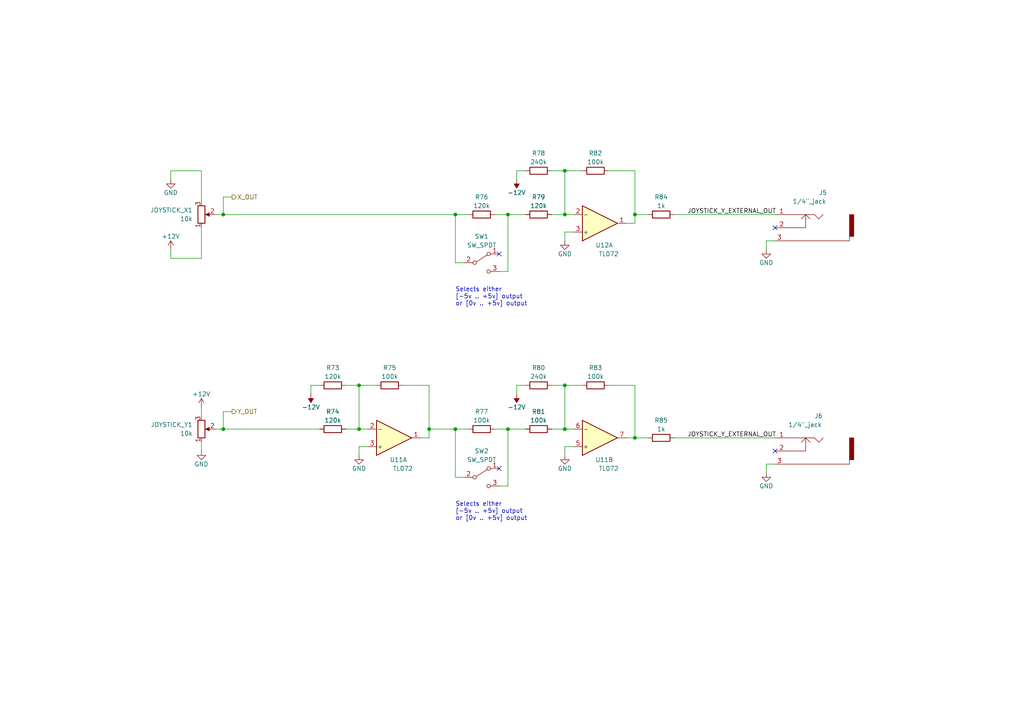
<source format=kicad_sch>
(kicad_sch (version 20211123) (generator eeschema)
  (paper "A4")
  (title_block (title "A.P. Joystick VCF pedal") (date "2022-08-01") (rev "0") (comment 2 "creativecommons.org/licenses/by/4.0") (comment 3 "License: CC by 4.0") (comment 4 "Author: Jordan Aceto"))
  (lib_symbols
    (symbol "Amplifier_Operational:TL072" (pin_names (offset 0.127))
      (property "Reference" "U" (at 0 5.08 0))
      (property "Value" "TL072" (at 0 -5.08 0))
      (symbol "TL072_1_1"
        (polyline (pts (xy -5.08 5.08) (xy 5.08 0) (xy -5.08 -5.08) (xy -5.08 5.08)) (stroke (width 0.254)) (fill (type background)))
        (pin output line (at 7.62 0 180) (length 2.54) (name "~") (number "1"))
        (pin input line (at -7.62 -2.54 0) (length 2.54) (name "-") (number "2"))
        (pin input line (at -7.62 2.54 0) (length 2.54) (name "+") (number "3"))
      )
      (symbol "TL072_2_1"
        (polyline (pts (xy -5.08 5.08) (xy 5.08 0) (xy -5.08 -5.08) (xy -5.08 5.08)) (stroke (width 0.254)) (fill (type background)))
        (pin input line (at -7.62 2.54 0) (length 2.54) (name "+") (number "5"))
        (pin input line (at -7.62 -2.54 0) (length 2.54) (name "-") (number "6"))
        (pin output line (at 7.62 0 180) (length 2.54) (name "~") (number "7"))
      )
      (symbol "TL072_3_1"
        (pin power_in line (at -2.54 -7.62 90) (length 3.81) (name "V-") (number "4"))
        (pin power_in line (at -2.54 7.62 270) (length 3.81) (name "V+") (number "8"))
      )
    )
    (symbol "Device:R" (pin_numbers hide) (pin_names (offset 0))
      (property "Reference" "R" (at 2.032 0 90))
      (property "Value" "R" (at 0 0 90))
      (symbol "R_0_1"
        (rectangle (start -1.016 -2.54) (end 1.016 2.54) (stroke (width 0.254)))
      )
      (symbol "R_1_1"
        (pin passive line (at 0 3.81 270) (length 1.27) (name "~") (number "1"))
        (pin passive line (at 0 -3.81 90) (length 1.27) (name "~") (number "2"))
      )
    )
    (symbol "Device:R_Potentiometer" (pin_names (offset 1.016) hide)
      (property "Reference" "RV" (at -4.445 0 90))
      (property "Value" "R_Potentiometer" (at -2.54 0 90))
      (symbol "R_Potentiometer_0_1"
        (polyline (pts (xy 2.54 0) (xy 1.524 0)))
        (polyline (pts (xy 1.143 0) (xy 2.286 0.508) (xy 2.286 -0.508) (xy 1.143 0)) (fill (type outline)))
        (rectangle (start 1.016 2.54) (end -1.016 -2.54) (stroke (width 0.254)))
      )
      (symbol "R_Potentiometer_1_1"
        (pin passive line (at 0 3.81 270) (length 1.27) (name "1") (number "1"))
        (pin passive line (at 3.81 0 180) (length 1.27) (name "2") (number "2"))
        (pin passive line (at 0 -3.81 90) (length 1.27) (name "3") (number "3"))
      )
    )
    (symbol "Switch:SW_SPDT" (pin_names (offset 0) hide)
      (property "Reference" "SW" (at 0 4.318 0))
      (property "Value" "SW_SPDT" (at 0 -5.08 0))
      (symbol "SW_SPDT_0_0"
        (circle (center -2.032 0) (radius 0.508))
        (circle (center 2.032 -2.54) (radius 0.508))
      )
      (symbol "SW_SPDT_0_1"
        (polyline (pts (xy -1.524 0.254) (xy 1.651 2.286)))
        (circle (center 2.032 2.54) (radius 0.508))
      )
      (symbol "SW_SPDT_1_1"
        (pin passive line (at 5.08 2.54 180) (length 2.54) (name "A") (number "1"))
        (pin passive line (at -5.08 0 0) (length 2.54) (name "B") (number "2"))
        (pin passive line (at 5.08 -2.54 180) (length 2.54) (name "C") (number "3"))
      )
    )
    (symbol "custom_symbols:audio_jack_switch" (pin_names (offset 1.016))
      (property "Reference" "J" (at 0 8.89 0))
      (property "Value" "audio_jack_switch" (at 0 6.35 0))
      (symbol "audio_jack_switch_0_1"
        (rectangle (start -11.43 -2.54) (end -10.16 3.81) (fill (type outline)))
        (polyline (pts (xy 3.81 0) (xy 7.62 0) (xy 7.62 0)))
        (polyline (pts (xy 8.89 -3.81) (xy -10.16 -3.81) (xy -10.16 -2.54)))
        (polyline (pts (xy 0 3.81) (xy -1.27 2.54) (xy -2.54 3.81) (xy -2.54 3.81)))
        (polyline (pts (xy 0 3.81) (xy 7.62 3.81) (xy 7.62 3.81) (xy 7.62 3.81)))
        (polyline (pts (xy 1.27 2.54) (xy 2.54 3.81) (xy 3.81 2.54) (xy 3.81 2.54)))
        (polyline (pts (xy 3.81 0) (xy 2.54 0) (xy 2.54 3.81) (xy 2.54 2.54)))
      )
      (symbol "audio_jack_switch_1_1"
        (pin passive line (at 11.43 3.81 180) (length 3.81) (name "~") (number "1"))
        (pin passive line (at 11.43 0 180) (length 3.81) (name "~") (number "2"))
        (pin passive line (at 11.43 -3.81 180) (length 2.54) (name "~") (number "3"))
      )
    )
    (symbol "power:+12V" (power) (pin_names (offset 0))
      (property "Value" "+12V" (at 0 3.556 0))
      (symbol "+12V_0_1"
        (polyline (pts (xy -0.762 1.27) (xy 0 2.54)))
        (polyline (pts (xy 0 0) (xy 0 2.54)))
        (polyline (pts (xy 0 2.54) (xy 0.762 1.27)))
      )
      (symbol "+12V_1_1"
        (pin power_in line (at 0 0 90) (length 0) hide (name "+12V") (number "1"))
      )
    )
    (symbol "power:-12V" (power) (pin_names (offset 0))
      (property "Value" "-12V" (at 0 3.81 0))
      (symbol "-12V_0_0"
        (pin power_in line (at 0 0 90) (length 0) hide (name "-12V") (number "1"))
      )
      (symbol "-12V_0_1"
        (polyline (pts (xy 0 0) (xy 0 1.27) (xy 0.762 1.27) (xy 0 2.54) (xy -0.762 1.27) (xy 0 1.27)) (fill (type outline)))
      )
    )
    (symbol "power:GND" (power) (pin_names (offset 0))
      (property "Value" "GND" (at 0 -3.81 0))
      (symbol "GND_0_1"
        (polyline (pts (xy 0 0) (xy 0 -1.27) (xy 1.27 -1.27) (xy 0 -2.54) (xy -1.27 -1.27) (xy 0 -1.27)))
      )
      (symbol "GND_1_1"
        (pin power_in line (at 0 0 270) (length 0) hide (name "GND") (number "1"))
      )
    )
  )
  (junction (at 147.32 62.23))
  (junction (at 64.77 62.23))
  (junction (at 104.14 124.46))
  (junction (at 163.83 111.76))
  (junction (at 104.14 111.76))
  (junction (at 163.83 62.23))
  (junction (at 147.32 124.46))
  (junction (at 184.15 127))
  (junction (at 163.83 49.53))
  (junction (at 163.83 124.46))
  (junction (at 184.15 62.23))
  (junction (at 132.08 124.46))
  (junction (at 124.46 124.46))
  (junction (at 132.08 62.23))
  (junction (at 64.77 124.46))
  (no_connect (at 144.78 135.89))
  (no_connect (at 224.79 66.04))
  (no_connect (at 224.79 130.81))
  (no_connect (at 144.78 73.66))
  (wire (pts (xy 222.25 134.62) (xy 224.79 134.62)))
  (wire (pts (xy 149.86 111.76) (xy 152.4 111.76)))
  (wire (pts (xy 149.86 114.3) (xy 149.86 111.76)))
  (wire (pts (xy 163.83 132.08) (xy 163.83 129.54)))
  (wire (pts (xy 195.58 127) (xy 224.79 127)))
  (wire (pts (xy 184.15 111.76) (xy 184.15 127)))
  (wire (pts (xy 144.78 78.74) (xy 147.32 78.74)))
  (wire (pts (xy 181.61 127) (xy 184.15 127)))
  (wire (pts (xy 67.31 119.38) (xy 64.77 119.38)))
  (wire (pts (xy 184.15 62.23) (xy 187.96 62.23)))
  (wire (pts (xy 132.08 62.23) (xy 132.08 76.2)))
  (wire (pts (xy 132.08 62.23) (xy 135.89 62.23)))
  (wire (pts (xy 64.77 119.38) (xy 64.77 124.46)))
  (wire (pts (xy 62.23 124.46) (xy 64.77 124.46)))
  (wire (pts (xy 222.25 72.39) (xy 222.25 69.85)))
  (wire (pts (xy 58.42 130.81) (xy 58.42 128.27)))
  (wire (pts (xy 184.15 49.53) (xy 176.53 49.53)))
  (wire (pts (xy 58.42 118.11) (xy 58.42 120.65)))
  (wire (pts (xy 58.42 49.53) (xy 49.53 49.53)))
  (wire (pts (xy 106.68 124.46) (xy 104.14 124.46)))
  (wire (pts (xy 124.46 127) (xy 124.46 124.46)))
  (wire (pts (xy 166.37 124.46) (xy 163.83 124.46)))
  (wire (pts (xy 166.37 62.23) (xy 163.83 62.23)))
  (wire (pts (xy 163.83 67.31) (xy 166.37 67.31)))
  (wire (pts (xy 222.25 137.16) (xy 222.25 134.62)))
  (wire (pts (xy 147.32 140.97) (xy 147.32 124.46)))
  (wire (pts (xy 121.92 127) (xy 124.46 127)))
  (wire (pts (xy 163.83 62.23) (xy 163.83 49.53)))
  (wire (pts (xy 184.15 127) (xy 187.96 127)))
  (wire (pts (xy 181.61 64.77) (xy 184.15 64.77)))
  (wire (pts (xy 184.15 64.77) (xy 184.15 62.23)))
  (wire (pts (xy 160.02 62.23) (xy 163.83 62.23)))
  (wire (pts (xy 64.77 124.46) (xy 92.71 124.46)))
  (wire (pts (xy 163.83 69.85) (xy 163.83 67.31)))
  (wire (pts (xy 163.83 111.76) (xy 168.91 111.76)))
  (wire (pts (xy 132.08 124.46) (xy 132.08 138.43)))
  (wire (pts (xy 124.46 111.76) (xy 116.84 111.76)))
  (wire (pts (xy 64.77 57.15) (xy 64.77 62.23)))
  (wire (pts (xy 147.32 124.46) (xy 152.4 124.46)))
  (wire (pts (xy 49.53 72.39) (xy 49.53 74.93)))
  (wire (pts (xy 163.83 49.53) (xy 168.91 49.53)))
  (wire (pts (xy 100.33 111.76) (xy 104.14 111.76)))
  (wire (pts (xy 195.58 62.23) (xy 224.79 62.23)))
  (wire (pts (xy 147.32 62.23) (xy 152.4 62.23)))
  (wire (pts (xy 124.46 124.46) (xy 132.08 124.46)))
  (wire (pts (xy 104.14 124.46) (xy 104.14 111.76)))
  (wire (pts (xy 163.83 124.46) (xy 163.83 111.76)))
  (wire (pts (xy 90.17 114.3) (xy 90.17 111.76)))
  (wire (pts (xy 184.15 111.76) (xy 176.53 111.76)))
  (wire (pts (xy 58.42 74.93) (xy 58.42 66.04)))
  (wire (pts (xy 49.53 74.93) (xy 58.42 74.93)))
  (wire (pts (xy 67.31 57.15) (xy 64.77 57.15)))
  (wire (pts (xy 163.83 129.54) (xy 166.37 129.54)))
  (wire (pts (xy 222.25 69.85) (xy 224.79 69.85)))
  (wire (pts (xy 144.78 140.97) (xy 147.32 140.97)))
  (wire (pts (xy 147.32 78.74) (xy 147.32 62.23)))
  (wire (pts (xy 104.14 111.76) (xy 109.22 111.76)))
  (wire (pts (xy 100.33 124.46) (xy 104.14 124.46)))
  (wire (pts (xy 143.51 62.23) (xy 147.32 62.23)))
  (wire (pts (xy 49.53 52.07) (xy 49.53 49.53)))
  (wire (pts (xy 160.02 49.53) (xy 163.83 49.53)))
  (wire (pts (xy 104.14 129.54) (xy 106.68 129.54)))
  (wire (pts (xy 124.46 111.76) (xy 124.46 124.46)))
  (wire (pts (xy 160.02 124.46) (xy 163.83 124.46)))
  (wire (pts (xy 58.42 49.53) (xy 58.42 58.42)))
  (wire (pts (xy 62.23 62.23) (xy 64.77 62.23)))
  (wire (pts (xy 134.62 138.43) (xy 132.08 138.43)))
  (wire (pts (xy 184.15 49.53) (xy 184.15 62.23)))
  (wire (pts (xy 64.77 62.23) (xy 132.08 62.23)))
  (wire (pts (xy 143.51 124.46) (xy 147.32 124.46)))
  (wire (pts (xy 134.62 76.2) (xy 132.08 76.2)))
  (wire (pts (xy 149.86 49.53) (xy 152.4 49.53)))
  (wire (pts (xy 104.14 132.08) (xy 104.14 129.54)))
  (wire (pts (xy 149.86 52.07) (xy 149.86 49.53)))
  (wire (pts (xy 160.02 111.76) (xy 163.83 111.76)))
  (wire (pts (xy 132.08 124.46) (xy 135.89 124.46)))
  (wire (pts (xy 90.17 111.76) (xy 92.71 111.76)))
  (text "Selects either \n[-5v .. +5v] output\nor [0v .. +5v] output" (at 132.08 88.9 0) (effects (font (size 1.27 1.27)) (justify left bottom)))
  (text "Selects either \n[-5v .. +5v] output\nor [0v .. +5v] output" (at 132.08 151.13 0) (effects (font (size 1.27 1.27)) (justify left bottom)))
  (label "JOYSTICK_Y_EXTERNAL_OUT" (at 199.39 127 0))
  (label "JOYSTICK_Y_EXTERNAL_OUT" (at 199.39 62.23 0))
  (hierarchical_label "Y_OUT" (shape output) (at 67.31 119.38 0))
  (hierarchical_label "X_OUT" (shape output) (at 67.31 57.15 0))
  (symbol (lib_id "Device:R") (at 96.52 124.46 90) (unit 1)
    (property "Reference" "R74" (at 96.52 119.38 90))
    (property "Value" "120k" (at 96.52 121.92 90))
  )
  (symbol (lib_id "Device:R") (at 172.72 111.76 90) (unit 1)
    (property "Reference" "R83" (at 172.72 106.68 90))
    (property "Value" "100k" (at 172.72 109.22 90))
  )
  (symbol (lib_id "custom_symbols:audio_jack_switch") (at 236.22 130.81 0) (mirror y) (unit 1)
    (property "Reference" "J6" (at 236.22 120.65 0) (effects (justify right)))
    (property "Value" "1/4\"_jack" (at 228.6 123.19 0) (effects (justify right)))
  )
  (symbol (lib_id "Switch:SW_SPDT") (at 139.7 138.43 0) (unit 1)
    (property "Reference" "SW2" (at 139.7 130.81 0))
    (property "Value" "SW_SPDT" (at 139.7 133.35 0))
  )
  (symbol (lib_id "Device:R_Potentiometer") (at 58.42 124.46 0) (mirror x) (unit 1)
    (property "Reference" "JOYSTICK_Y1" (at 55.88 123.1899 0) (effects (justify right)))
    (property "Value" "10k" (at 55.88 125.7299 0) (effects (justify right)))
  )
  (symbol (lib_id "power:-12V") (at 149.86 114.3 180) (unit 1)
    (property "Reference" "#PWR072" (effects hide))
    (property "Value" "-12V" (at 149.86 118.11 0))
  )
  (symbol (lib_id "Device:R") (at 191.77 127 90) (unit 1)
    (property "Reference" "R85" (at 191.77 121.92 90))
    (property "Value" "1k" (at 191.77 124.46 90))
  )
  (symbol (lib_id "power:GND") (at 163.83 69.85 0) (unit 1)
    (property "Reference" "#PWR073" (effects hide))
    (property "Value" "GND" (at 163.83 73.66 0))
  )
  (symbol (lib_id "Device:R_Potentiometer") (at 58.42 62.23 0) (mirror x) (unit 1)
    (property "Reference" "JOYSTICK_X1" (at 55.88 60.9599 0) (effects (justify right)))
    (property "Value" "10k" (at 55.88 63.4999 0) (effects (justify right)))
  )
  (symbol (lib_id "power:GND") (at 104.14 132.08 0) (unit 1)
    (property "Reference" "#PWR070" (effects hide))
    (property "Value" "GND" (at 104.14 135.89 0))
  )
  (symbol (lib_id "Device:R") (at 156.21 62.23 90) (unit 1)
    (property "Reference" "R79" (at 156.21 57.15 90))
    (property "Value" "120k" (at 156.21 59.69 90))
  )
  (symbol (lib_id "power:-12V") (at 149.86 52.07 180) (unit 1)
    (property "Reference" "#PWR071" (effects hide))
    (property "Value" "-12V" (at 149.86 55.88 0))
  )
  (symbol (lib_id "power:GND") (at 222.25 137.16 0) (mirror y) (unit 1)
    (property "Reference" "#PWR076" (effects hide))
    (property "Value" "GND" (at 222.25 140.97 0))
  )
  (symbol (lib_id "Device:R") (at 156.21 111.76 90) (unit 1)
    (property "Reference" "R80" (at 156.21 106.68 90))
    (property "Value" "240k" (at 156.21 109.22 90))
  )
  (symbol (lib_id "Amplifier_Operational:TL072") (at 173.99 127 0) (mirror x) (unit 2)
    (property "Reference" "U11" (at 175.26 133.35 0))
    (property "Value" "TL072" (at 176.53 135.89 0))
    (property "Datasheet" "http://www.ti.com/lit/ds/symlink/tl071.pdf" (effects hide))
  )
  (symbol (lib_id "Device:R") (at 96.52 111.76 90) (unit 1)
    (property "Reference" "R73" (at 96.52 106.68 90))
    (property "Value" "120k" (at 96.52 109.22 90))
  )
  (symbol (lib_id "power:GND") (at 163.83 132.08 0) (unit 1)
    (property "Reference" "#PWR074" (effects hide))
    (property "Value" "GND" (at 163.83 135.89 0))
  )
  (symbol (lib_id "Device:R") (at 191.77 62.23 90) (unit 1)
    (property "Reference" "R84" (at 191.77 57.15 90))
    (property "Value" "1k" (at 191.77 59.69 90))
  )
  (symbol (lib_id "Device:R") (at 139.7 62.23 90) (unit 1)
    (property "Reference" "R76" (at 139.7 57.15 90))
    (property "Value" "120k" (at 139.7 59.69 90))
  )
  (symbol (lib_id "Amplifier_Operational:TL072") (at 114.3 127 0) (mirror x) (unit 1)
    (property "Reference" "U11" (at 115.57 133.35 0))
    (property "Value" "TL072" (at 116.84 135.89 0))
    (property "Datasheet" "http://www.ti.com/lit/ds/symlink/tl071.pdf" (effects hide))
  )
  (symbol (lib_id "power:+12V") (at 49.53 72.39 0) (unit 1)
    (property "Reference" "#PWR066" (effects hide))
    (property "Value" "+12V" (at 49.53 68.58 0))
  )
  (symbol (lib_id "Switch:SW_SPDT") (at 139.7 76.2 0) (unit 1)
    (property "Reference" "SW1" (at 139.7 68.58 0))
    (property "Value" "SW_SPDT" (at 139.7 71.12 0))
  )
  (symbol (lib_id "power:+12V") (at 58.42 118.11 0) (unit 1)
    (property "Reference" "#PWR067" (effects hide))
    (property "Value" "+12V" (at 58.42 114.3 0))
  )
  (symbol (lib_id "custom_symbols:audio_jack_switch") (at 236.22 66.04 0) (mirror y) (unit 1)
    (property "Reference" "J5" (at 237.49 55.88 0) (effects (justify right)))
    (property "Value" "1/4\"_jack" (at 229.87 58.42 0) (effects (justify right)))
  )
  (symbol (lib_id "power:-12V") (at 90.17 114.3 180) (unit 1)
    (property "Reference" "#PWR069" (effects hide))
    (property "Value" "-12V" (at 90.17 118.11 0))
  )
  (symbol (lib_id "Device:R") (at 113.03 111.76 90) (unit 1)
    (property "Reference" "R75" (at 113.03 106.68 90))
    (property "Value" "100k" (at 113.03 109.22 90))
  )
  (symbol (lib_id "Device:R") (at 156.21 124.46 90) (unit 1)
    (property "Reference" "R81" (at 156.21 119.38 90))
    (property "Value" "100k" (at 156.21 121.92 90))
  )
  (symbol (lib_id "power:GND") (at 222.25 72.39 0) (mirror y) (unit 1)
    (property "Reference" "#PWR075" (effects hide))
    (property "Value" "GND" (at 222.25 76.2 0))
  )
  (symbol (lib_id "Device:R") (at 139.7 124.46 90) (unit 1)
    (property "Reference" "R77" (at 139.7 119.38 90))
    (property "Value" "100k" (at 139.7 121.92 90))
  )
  (symbol (lib_id "Device:R") (at 156.21 49.53 90) (unit 1)
    (property "Reference" "R78" (at 156.21 44.45 90))
    (property "Value" "240k" (at 156.21 46.99 90))
  )
  (symbol (lib_id "Device:R") (at 172.72 49.53 90) (unit 1)
    (property "Reference" "R82" (at 172.72 44.45 90))
    (property "Value" "100k" (at 172.72 46.99 90))
  )
  (symbol (lib_id "power:GND") (at 58.42 130.81 0) (unit 1)
    (property "Reference" "#PWR068" (effects hide))
    (property "Value" "GND" (at 58.42 134.62 0))
  )
  (symbol (lib_id "power:GND") (at 49.53 52.07 0) (unit 1)
    (property "Reference" "#PWR065" (effects hide))
    (property "Value" "GND" (at 49.53 55.88 0))
  )
  (symbol (lib_id "Amplifier_Operational:TL072") (at 173.99 64.77 0) (mirror x) (unit 1)
    (property "Reference" "U12" (at 175.26 71.12 0))
    (property "Value" "TL072" (at 176.53 73.66 0))
    (property "Datasheet" "http://www.ti.com/lit/ds/symlink/tl071.pdf" (effects hide))
  )
)
</source>
